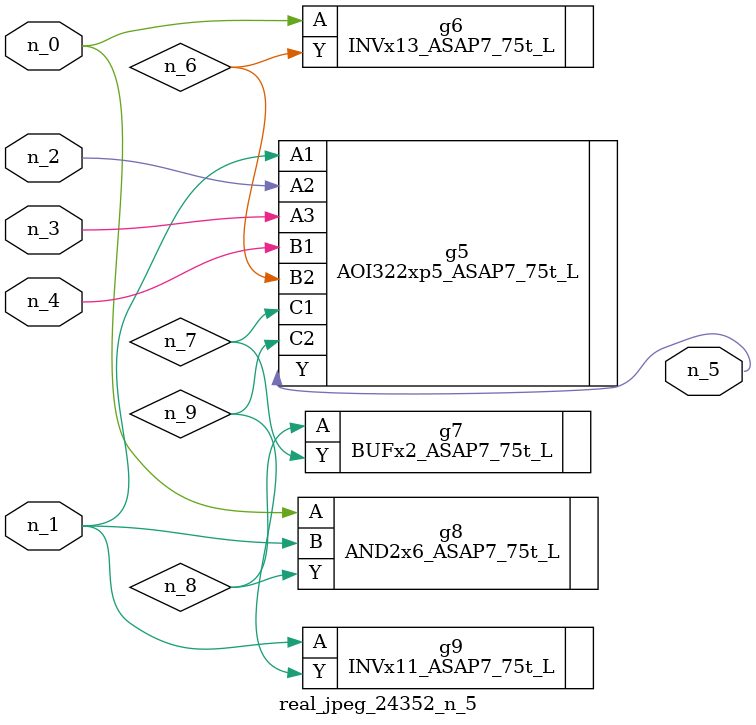
<source format=v>
module real_jpeg_24352_n_5 (n_4, n_0, n_1, n_2, n_3, n_5);

input n_4;
input n_0;
input n_1;
input n_2;
input n_3;

output n_5;

wire n_8;
wire n_6;
wire n_7;
wire n_9;

INVx13_ASAP7_75t_L g6 ( 
.A(n_0),
.Y(n_6)
);

AND2x6_ASAP7_75t_L g8 ( 
.A(n_0),
.B(n_1),
.Y(n_8)
);

AOI322xp5_ASAP7_75t_L g5 ( 
.A1(n_1),
.A2(n_2),
.A3(n_3),
.B1(n_4),
.B2(n_6),
.C1(n_7),
.C2(n_9),
.Y(n_5)
);

INVx11_ASAP7_75t_L g9 ( 
.A(n_1),
.Y(n_9)
);

BUFx2_ASAP7_75t_L g7 ( 
.A(n_8),
.Y(n_7)
);


endmodule
</source>
